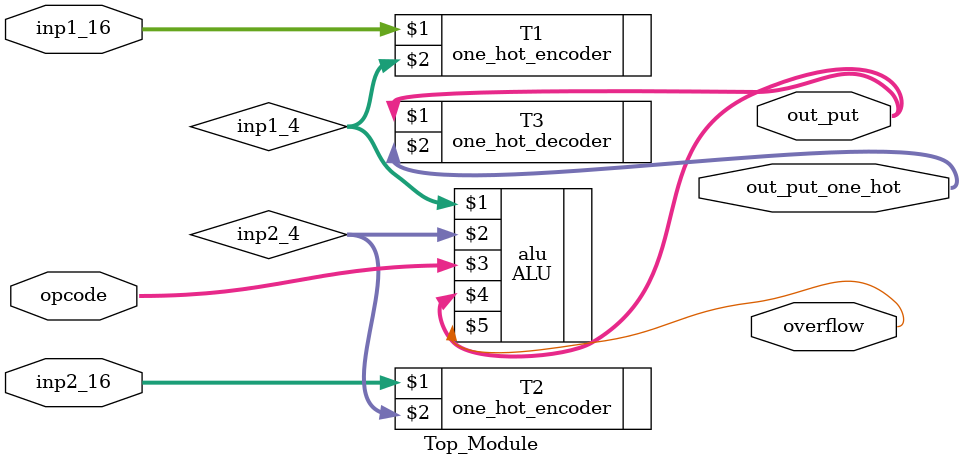
<source format=sv>
module Top_Module(input [15:0] inp1_16,inp2_16,input [2:0] opcode , output [15:0] out_put_one_hot,output overflow, output [3:0] out_put);

   wire [3:0] inp1_4,inp2_4;
   one_hot_encoder T1(inp1_16,inp1_4);
   one_hot_encoder T2(inp2_16,inp2_4);
   
   ALU alu(inp1_4,inp2_4,opcode, out_put,overflow);
  
   one_hot_decoder T3(out_put, out_put_one_hot);
endmodule
</source>
